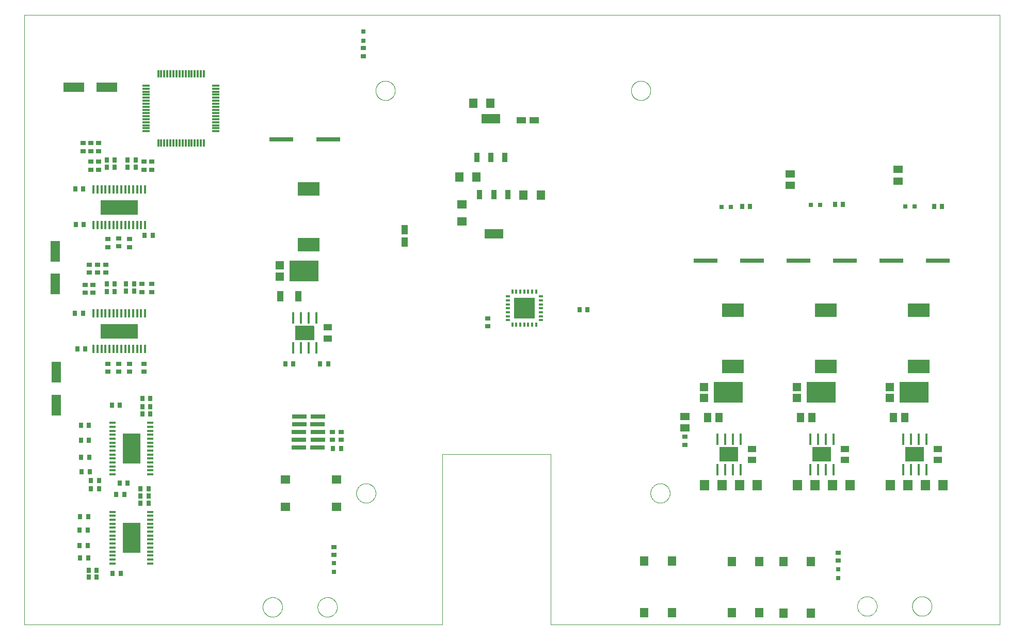
<source format=gbp>
G75*
%MOIN*%
%OFA0B0*%
%FSLAX25Y25*%
%IPPOS*%
%LPD*%
%AMOC8*
5,1,8,0,0,1.08239X$1,22.5*
%
%ADD10C,0.00000*%
%ADD11R,0.05512X0.06299*%
%ADD12R,0.06299X0.05512*%
%ADD13R,0.03937X0.05906*%
%ADD14R,0.03300X0.06300*%
%ADD15R,0.11900X0.06300*%
%ADD16R,0.05512X0.06300*%
%ADD17R,0.02756X0.03543*%
%ADD18R,0.03543X0.02756*%
%ADD19R,0.05906X0.05118*%
%ADD20R,0.05700X0.04400*%
%ADD21R,0.15200X0.03100*%
%ADD22R,0.05118X0.05906*%
%ADD23R,0.05500X0.05500*%
%ADD24R,0.19100X0.13200*%
%ADD25R,0.03150X0.03150*%
%ADD26R,0.06299X0.07098*%
%ADD27R,0.01800X0.07800*%
%ADD28R,0.12200X0.09400*%
%ADD29C,0.00600*%
%ADD30R,0.14173X0.09055*%
%ADD31R,0.01280X0.02687*%
%ADD32R,0.02687X0.01280*%
%ADD33R,0.01280X0.02687*%
%ADD34R,0.13665X0.13665*%
%ADD35R,0.05906X0.03937*%
%ADD36R,0.03937X0.01378*%
%ADD37R,0.11811X0.19685*%
%ADD38R,0.01400X0.05800*%
%ADD39R,0.24300X0.09400*%
%ADD40R,0.13780X0.06299*%
%ADD41R,0.06299X0.13780*%
%ADD42R,0.04724X0.01181*%
%ADD43R,0.01181X0.04724*%
%ADD44R,0.04400X0.07100*%
%ADD45R,0.06300X0.05512*%
%ADD46R,0.09700X0.02650*%
D10*
X0034894Y0034921D02*
X0034894Y0428622D01*
X0664815Y0428622D01*
X0664815Y0034921D01*
X0374894Y0034921D01*
X0374894Y0144921D01*
X0304894Y0144921D01*
X0304894Y0034921D01*
X0034894Y0034921D01*
X0188831Y0046339D02*
X0188833Y0046497D01*
X0188839Y0046655D01*
X0188849Y0046813D01*
X0188863Y0046971D01*
X0188881Y0047128D01*
X0188902Y0047285D01*
X0188928Y0047441D01*
X0188958Y0047597D01*
X0188991Y0047752D01*
X0189029Y0047905D01*
X0189070Y0048058D01*
X0189115Y0048210D01*
X0189164Y0048361D01*
X0189217Y0048510D01*
X0189273Y0048658D01*
X0189333Y0048804D01*
X0189397Y0048949D01*
X0189465Y0049092D01*
X0189536Y0049234D01*
X0189610Y0049374D01*
X0189688Y0049511D01*
X0189770Y0049647D01*
X0189854Y0049781D01*
X0189943Y0049912D01*
X0190034Y0050041D01*
X0190129Y0050168D01*
X0190226Y0050293D01*
X0190327Y0050415D01*
X0190431Y0050534D01*
X0190538Y0050651D01*
X0190648Y0050765D01*
X0190761Y0050876D01*
X0190876Y0050985D01*
X0190994Y0051090D01*
X0191115Y0051192D01*
X0191238Y0051292D01*
X0191364Y0051388D01*
X0191492Y0051481D01*
X0191622Y0051571D01*
X0191755Y0051657D01*
X0191890Y0051741D01*
X0192026Y0051820D01*
X0192165Y0051897D01*
X0192306Y0051969D01*
X0192448Y0052039D01*
X0192592Y0052104D01*
X0192738Y0052166D01*
X0192885Y0052224D01*
X0193034Y0052279D01*
X0193184Y0052330D01*
X0193335Y0052377D01*
X0193487Y0052420D01*
X0193640Y0052459D01*
X0193795Y0052495D01*
X0193950Y0052526D01*
X0194106Y0052554D01*
X0194262Y0052578D01*
X0194419Y0052598D01*
X0194577Y0052614D01*
X0194734Y0052626D01*
X0194893Y0052634D01*
X0195051Y0052638D01*
X0195209Y0052638D01*
X0195367Y0052634D01*
X0195526Y0052626D01*
X0195683Y0052614D01*
X0195841Y0052598D01*
X0195998Y0052578D01*
X0196154Y0052554D01*
X0196310Y0052526D01*
X0196465Y0052495D01*
X0196620Y0052459D01*
X0196773Y0052420D01*
X0196925Y0052377D01*
X0197076Y0052330D01*
X0197226Y0052279D01*
X0197375Y0052224D01*
X0197522Y0052166D01*
X0197668Y0052104D01*
X0197812Y0052039D01*
X0197954Y0051969D01*
X0198095Y0051897D01*
X0198234Y0051820D01*
X0198370Y0051741D01*
X0198505Y0051657D01*
X0198638Y0051571D01*
X0198768Y0051481D01*
X0198896Y0051388D01*
X0199022Y0051292D01*
X0199145Y0051192D01*
X0199266Y0051090D01*
X0199384Y0050985D01*
X0199499Y0050876D01*
X0199612Y0050765D01*
X0199722Y0050651D01*
X0199829Y0050534D01*
X0199933Y0050415D01*
X0200034Y0050293D01*
X0200131Y0050168D01*
X0200226Y0050041D01*
X0200317Y0049912D01*
X0200406Y0049781D01*
X0200490Y0049647D01*
X0200572Y0049511D01*
X0200650Y0049374D01*
X0200724Y0049234D01*
X0200795Y0049092D01*
X0200863Y0048949D01*
X0200927Y0048804D01*
X0200987Y0048658D01*
X0201043Y0048510D01*
X0201096Y0048361D01*
X0201145Y0048210D01*
X0201190Y0048058D01*
X0201231Y0047905D01*
X0201269Y0047752D01*
X0201302Y0047597D01*
X0201332Y0047441D01*
X0201358Y0047285D01*
X0201379Y0047128D01*
X0201397Y0046971D01*
X0201411Y0046813D01*
X0201421Y0046655D01*
X0201427Y0046497D01*
X0201429Y0046339D01*
X0201427Y0046181D01*
X0201421Y0046023D01*
X0201411Y0045865D01*
X0201397Y0045707D01*
X0201379Y0045550D01*
X0201358Y0045393D01*
X0201332Y0045237D01*
X0201302Y0045081D01*
X0201269Y0044926D01*
X0201231Y0044773D01*
X0201190Y0044620D01*
X0201145Y0044468D01*
X0201096Y0044317D01*
X0201043Y0044168D01*
X0200987Y0044020D01*
X0200927Y0043874D01*
X0200863Y0043729D01*
X0200795Y0043586D01*
X0200724Y0043444D01*
X0200650Y0043304D01*
X0200572Y0043167D01*
X0200490Y0043031D01*
X0200406Y0042897D01*
X0200317Y0042766D01*
X0200226Y0042637D01*
X0200131Y0042510D01*
X0200034Y0042385D01*
X0199933Y0042263D01*
X0199829Y0042144D01*
X0199722Y0042027D01*
X0199612Y0041913D01*
X0199499Y0041802D01*
X0199384Y0041693D01*
X0199266Y0041588D01*
X0199145Y0041486D01*
X0199022Y0041386D01*
X0198896Y0041290D01*
X0198768Y0041197D01*
X0198638Y0041107D01*
X0198505Y0041021D01*
X0198370Y0040937D01*
X0198234Y0040858D01*
X0198095Y0040781D01*
X0197954Y0040709D01*
X0197812Y0040639D01*
X0197668Y0040574D01*
X0197522Y0040512D01*
X0197375Y0040454D01*
X0197226Y0040399D01*
X0197076Y0040348D01*
X0196925Y0040301D01*
X0196773Y0040258D01*
X0196620Y0040219D01*
X0196465Y0040183D01*
X0196310Y0040152D01*
X0196154Y0040124D01*
X0195998Y0040100D01*
X0195841Y0040080D01*
X0195683Y0040064D01*
X0195526Y0040052D01*
X0195367Y0040044D01*
X0195209Y0040040D01*
X0195051Y0040040D01*
X0194893Y0040044D01*
X0194734Y0040052D01*
X0194577Y0040064D01*
X0194419Y0040080D01*
X0194262Y0040100D01*
X0194106Y0040124D01*
X0193950Y0040152D01*
X0193795Y0040183D01*
X0193640Y0040219D01*
X0193487Y0040258D01*
X0193335Y0040301D01*
X0193184Y0040348D01*
X0193034Y0040399D01*
X0192885Y0040454D01*
X0192738Y0040512D01*
X0192592Y0040574D01*
X0192448Y0040639D01*
X0192306Y0040709D01*
X0192165Y0040781D01*
X0192026Y0040858D01*
X0191890Y0040937D01*
X0191755Y0041021D01*
X0191622Y0041107D01*
X0191492Y0041197D01*
X0191364Y0041290D01*
X0191238Y0041386D01*
X0191115Y0041486D01*
X0190994Y0041588D01*
X0190876Y0041693D01*
X0190761Y0041802D01*
X0190648Y0041913D01*
X0190538Y0042027D01*
X0190431Y0042144D01*
X0190327Y0042263D01*
X0190226Y0042385D01*
X0190129Y0042510D01*
X0190034Y0042637D01*
X0189943Y0042766D01*
X0189854Y0042897D01*
X0189770Y0043031D01*
X0189688Y0043167D01*
X0189610Y0043304D01*
X0189536Y0043444D01*
X0189465Y0043586D01*
X0189397Y0043729D01*
X0189333Y0043874D01*
X0189273Y0044020D01*
X0189217Y0044168D01*
X0189164Y0044317D01*
X0189115Y0044468D01*
X0189070Y0044620D01*
X0189029Y0044773D01*
X0188991Y0044926D01*
X0188958Y0045081D01*
X0188928Y0045237D01*
X0188902Y0045393D01*
X0188881Y0045550D01*
X0188863Y0045707D01*
X0188849Y0045865D01*
X0188839Y0046023D01*
X0188833Y0046181D01*
X0188831Y0046339D01*
X0224264Y0046339D02*
X0224266Y0046497D01*
X0224272Y0046655D01*
X0224282Y0046813D01*
X0224296Y0046971D01*
X0224314Y0047128D01*
X0224335Y0047285D01*
X0224361Y0047441D01*
X0224391Y0047597D01*
X0224424Y0047752D01*
X0224462Y0047905D01*
X0224503Y0048058D01*
X0224548Y0048210D01*
X0224597Y0048361D01*
X0224650Y0048510D01*
X0224706Y0048658D01*
X0224766Y0048804D01*
X0224830Y0048949D01*
X0224898Y0049092D01*
X0224969Y0049234D01*
X0225043Y0049374D01*
X0225121Y0049511D01*
X0225203Y0049647D01*
X0225287Y0049781D01*
X0225376Y0049912D01*
X0225467Y0050041D01*
X0225562Y0050168D01*
X0225659Y0050293D01*
X0225760Y0050415D01*
X0225864Y0050534D01*
X0225971Y0050651D01*
X0226081Y0050765D01*
X0226194Y0050876D01*
X0226309Y0050985D01*
X0226427Y0051090D01*
X0226548Y0051192D01*
X0226671Y0051292D01*
X0226797Y0051388D01*
X0226925Y0051481D01*
X0227055Y0051571D01*
X0227188Y0051657D01*
X0227323Y0051741D01*
X0227459Y0051820D01*
X0227598Y0051897D01*
X0227739Y0051969D01*
X0227881Y0052039D01*
X0228025Y0052104D01*
X0228171Y0052166D01*
X0228318Y0052224D01*
X0228467Y0052279D01*
X0228617Y0052330D01*
X0228768Y0052377D01*
X0228920Y0052420D01*
X0229073Y0052459D01*
X0229228Y0052495D01*
X0229383Y0052526D01*
X0229539Y0052554D01*
X0229695Y0052578D01*
X0229852Y0052598D01*
X0230010Y0052614D01*
X0230167Y0052626D01*
X0230326Y0052634D01*
X0230484Y0052638D01*
X0230642Y0052638D01*
X0230800Y0052634D01*
X0230959Y0052626D01*
X0231116Y0052614D01*
X0231274Y0052598D01*
X0231431Y0052578D01*
X0231587Y0052554D01*
X0231743Y0052526D01*
X0231898Y0052495D01*
X0232053Y0052459D01*
X0232206Y0052420D01*
X0232358Y0052377D01*
X0232509Y0052330D01*
X0232659Y0052279D01*
X0232808Y0052224D01*
X0232955Y0052166D01*
X0233101Y0052104D01*
X0233245Y0052039D01*
X0233387Y0051969D01*
X0233528Y0051897D01*
X0233667Y0051820D01*
X0233803Y0051741D01*
X0233938Y0051657D01*
X0234071Y0051571D01*
X0234201Y0051481D01*
X0234329Y0051388D01*
X0234455Y0051292D01*
X0234578Y0051192D01*
X0234699Y0051090D01*
X0234817Y0050985D01*
X0234932Y0050876D01*
X0235045Y0050765D01*
X0235155Y0050651D01*
X0235262Y0050534D01*
X0235366Y0050415D01*
X0235467Y0050293D01*
X0235564Y0050168D01*
X0235659Y0050041D01*
X0235750Y0049912D01*
X0235839Y0049781D01*
X0235923Y0049647D01*
X0236005Y0049511D01*
X0236083Y0049374D01*
X0236157Y0049234D01*
X0236228Y0049092D01*
X0236296Y0048949D01*
X0236360Y0048804D01*
X0236420Y0048658D01*
X0236476Y0048510D01*
X0236529Y0048361D01*
X0236578Y0048210D01*
X0236623Y0048058D01*
X0236664Y0047905D01*
X0236702Y0047752D01*
X0236735Y0047597D01*
X0236765Y0047441D01*
X0236791Y0047285D01*
X0236812Y0047128D01*
X0236830Y0046971D01*
X0236844Y0046813D01*
X0236854Y0046655D01*
X0236860Y0046497D01*
X0236862Y0046339D01*
X0236860Y0046181D01*
X0236854Y0046023D01*
X0236844Y0045865D01*
X0236830Y0045707D01*
X0236812Y0045550D01*
X0236791Y0045393D01*
X0236765Y0045237D01*
X0236735Y0045081D01*
X0236702Y0044926D01*
X0236664Y0044773D01*
X0236623Y0044620D01*
X0236578Y0044468D01*
X0236529Y0044317D01*
X0236476Y0044168D01*
X0236420Y0044020D01*
X0236360Y0043874D01*
X0236296Y0043729D01*
X0236228Y0043586D01*
X0236157Y0043444D01*
X0236083Y0043304D01*
X0236005Y0043167D01*
X0235923Y0043031D01*
X0235839Y0042897D01*
X0235750Y0042766D01*
X0235659Y0042637D01*
X0235564Y0042510D01*
X0235467Y0042385D01*
X0235366Y0042263D01*
X0235262Y0042144D01*
X0235155Y0042027D01*
X0235045Y0041913D01*
X0234932Y0041802D01*
X0234817Y0041693D01*
X0234699Y0041588D01*
X0234578Y0041486D01*
X0234455Y0041386D01*
X0234329Y0041290D01*
X0234201Y0041197D01*
X0234071Y0041107D01*
X0233938Y0041021D01*
X0233803Y0040937D01*
X0233667Y0040858D01*
X0233528Y0040781D01*
X0233387Y0040709D01*
X0233245Y0040639D01*
X0233101Y0040574D01*
X0232955Y0040512D01*
X0232808Y0040454D01*
X0232659Y0040399D01*
X0232509Y0040348D01*
X0232358Y0040301D01*
X0232206Y0040258D01*
X0232053Y0040219D01*
X0231898Y0040183D01*
X0231743Y0040152D01*
X0231587Y0040124D01*
X0231431Y0040100D01*
X0231274Y0040080D01*
X0231116Y0040064D01*
X0230959Y0040052D01*
X0230800Y0040044D01*
X0230642Y0040040D01*
X0230484Y0040040D01*
X0230326Y0040044D01*
X0230167Y0040052D01*
X0230010Y0040064D01*
X0229852Y0040080D01*
X0229695Y0040100D01*
X0229539Y0040124D01*
X0229383Y0040152D01*
X0229228Y0040183D01*
X0229073Y0040219D01*
X0228920Y0040258D01*
X0228768Y0040301D01*
X0228617Y0040348D01*
X0228467Y0040399D01*
X0228318Y0040454D01*
X0228171Y0040512D01*
X0228025Y0040574D01*
X0227881Y0040639D01*
X0227739Y0040709D01*
X0227598Y0040781D01*
X0227459Y0040858D01*
X0227323Y0040937D01*
X0227188Y0041021D01*
X0227055Y0041107D01*
X0226925Y0041197D01*
X0226797Y0041290D01*
X0226671Y0041386D01*
X0226548Y0041486D01*
X0226427Y0041588D01*
X0226309Y0041693D01*
X0226194Y0041802D01*
X0226081Y0041913D01*
X0225971Y0042027D01*
X0225864Y0042144D01*
X0225760Y0042263D01*
X0225659Y0042385D01*
X0225562Y0042510D01*
X0225467Y0042637D01*
X0225376Y0042766D01*
X0225287Y0042897D01*
X0225203Y0043031D01*
X0225121Y0043167D01*
X0225043Y0043304D01*
X0224969Y0043444D01*
X0224898Y0043586D01*
X0224830Y0043729D01*
X0224766Y0043874D01*
X0224706Y0044020D01*
X0224650Y0044168D01*
X0224597Y0044317D01*
X0224548Y0044468D01*
X0224503Y0044620D01*
X0224462Y0044773D01*
X0224424Y0044926D01*
X0224391Y0045081D01*
X0224361Y0045237D01*
X0224335Y0045393D01*
X0224314Y0045550D01*
X0224296Y0045707D01*
X0224282Y0045865D01*
X0224272Y0046023D01*
X0224266Y0046181D01*
X0224264Y0046339D01*
X0249254Y0119921D02*
X0249256Y0120079D01*
X0249262Y0120236D01*
X0249272Y0120394D01*
X0249286Y0120551D01*
X0249304Y0120707D01*
X0249325Y0120864D01*
X0249351Y0121019D01*
X0249381Y0121174D01*
X0249414Y0121328D01*
X0249452Y0121481D01*
X0249493Y0121634D01*
X0249538Y0121785D01*
X0249587Y0121935D01*
X0249640Y0122083D01*
X0249696Y0122231D01*
X0249757Y0122376D01*
X0249820Y0122521D01*
X0249888Y0122663D01*
X0249959Y0122804D01*
X0250033Y0122943D01*
X0250111Y0123080D01*
X0250193Y0123215D01*
X0250277Y0123348D01*
X0250366Y0123479D01*
X0250457Y0123607D01*
X0250552Y0123734D01*
X0250649Y0123857D01*
X0250750Y0123979D01*
X0250854Y0124097D01*
X0250961Y0124213D01*
X0251071Y0124326D01*
X0251183Y0124437D01*
X0251299Y0124544D01*
X0251417Y0124649D01*
X0251537Y0124751D01*
X0251660Y0124849D01*
X0251786Y0124945D01*
X0251914Y0125037D01*
X0252044Y0125126D01*
X0252176Y0125212D01*
X0252311Y0125294D01*
X0252448Y0125373D01*
X0252586Y0125448D01*
X0252726Y0125520D01*
X0252869Y0125588D01*
X0253012Y0125653D01*
X0253158Y0125714D01*
X0253305Y0125771D01*
X0253453Y0125825D01*
X0253603Y0125875D01*
X0253753Y0125921D01*
X0253905Y0125963D01*
X0254058Y0126002D01*
X0254212Y0126036D01*
X0254367Y0126067D01*
X0254522Y0126093D01*
X0254678Y0126116D01*
X0254835Y0126135D01*
X0254992Y0126150D01*
X0255149Y0126161D01*
X0255307Y0126168D01*
X0255465Y0126171D01*
X0255622Y0126170D01*
X0255780Y0126165D01*
X0255937Y0126156D01*
X0256095Y0126143D01*
X0256251Y0126126D01*
X0256408Y0126105D01*
X0256563Y0126081D01*
X0256718Y0126052D01*
X0256873Y0126019D01*
X0257026Y0125983D01*
X0257179Y0125942D01*
X0257330Y0125898D01*
X0257480Y0125850D01*
X0257629Y0125799D01*
X0257777Y0125743D01*
X0257923Y0125684D01*
X0258068Y0125621D01*
X0258211Y0125554D01*
X0258352Y0125484D01*
X0258491Y0125411D01*
X0258629Y0125334D01*
X0258765Y0125253D01*
X0258898Y0125169D01*
X0259029Y0125082D01*
X0259158Y0124991D01*
X0259285Y0124897D01*
X0259410Y0124800D01*
X0259531Y0124700D01*
X0259651Y0124597D01*
X0259767Y0124491D01*
X0259881Y0124382D01*
X0259993Y0124270D01*
X0260101Y0124156D01*
X0260206Y0124038D01*
X0260309Y0123918D01*
X0260408Y0123796D01*
X0260504Y0123671D01*
X0260597Y0123543D01*
X0260687Y0123414D01*
X0260773Y0123282D01*
X0260857Y0123148D01*
X0260936Y0123012D01*
X0261013Y0122874D01*
X0261085Y0122734D01*
X0261154Y0122592D01*
X0261220Y0122449D01*
X0261282Y0122304D01*
X0261340Y0122157D01*
X0261395Y0122009D01*
X0261446Y0121860D01*
X0261493Y0121709D01*
X0261536Y0121558D01*
X0261575Y0121405D01*
X0261611Y0121251D01*
X0261642Y0121097D01*
X0261670Y0120942D01*
X0261694Y0120786D01*
X0261714Y0120629D01*
X0261730Y0120472D01*
X0261742Y0120315D01*
X0261750Y0120158D01*
X0261754Y0120000D01*
X0261754Y0119842D01*
X0261750Y0119684D01*
X0261742Y0119527D01*
X0261730Y0119370D01*
X0261714Y0119213D01*
X0261694Y0119056D01*
X0261670Y0118900D01*
X0261642Y0118745D01*
X0261611Y0118591D01*
X0261575Y0118437D01*
X0261536Y0118284D01*
X0261493Y0118133D01*
X0261446Y0117982D01*
X0261395Y0117833D01*
X0261340Y0117685D01*
X0261282Y0117538D01*
X0261220Y0117393D01*
X0261154Y0117250D01*
X0261085Y0117108D01*
X0261013Y0116968D01*
X0260936Y0116830D01*
X0260857Y0116694D01*
X0260773Y0116560D01*
X0260687Y0116428D01*
X0260597Y0116299D01*
X0260504Y0116171D01*
X0260408Y0116046D01*
X0260309Y0115924D01*
X0260206Y0115804D01*
X0260101Y0115686D01*
X0259993Y0115572D01*
X0259881Y0115460D01*
X0259767Y0115351D01*
X0259651Y0115245D01*
X0259531Y0115142D01*
X0259410Y0115042D01*
X0259285Y0114945D01*
X0259158Y0114851D01*
X0259029Y0114760D01*
X0258898Y0114673D01*
X0258765Y0114589D01*
X0258629Y0114508D01*
X0258491Y0114431D01*
X0258352Y0114358D01*
X0258211Y0114288D01*
X0258068Y0114221D01*
X0257923Y0114158D01*
X0257777Y0114099D01*
X0257629Y0114043D01*
X0257480Y0113992D01*
X0257330Y0113944D01*
X0257179Y0113900D01*
X0257026Y0113859D01*
X0256873Y0113823D01*
X0256718Y0113790D01*
X0256563Y0113761D01*
X0256408Y0113737D01*
X0256251Y0113716D01*
X0256095Y0113699D01*
X0255937Y0113686D01*
X0255780Y0113677D01*
X0255622Y0113672D01*
X0255465Y0113671D01*
X0255307Y0113674D01*
X0255149Y0113681D01*
X0254992Y0113692D01*
X0254835Y0113707D01*
X0254678Y0113726D01*
X0254522Y0113749D01*
X0254367Y0113775D01*
X0254212Y0113806D01*
X0254058Y0113840D01*
X0253905Y0113879D01*
X0253753Y0113921D01*
X0253603Y0113967D01*
X0253453Y0114017D01*
X0253305Y0114071D01*
X0253158Y0114128D01*
X0253012Y0114189D01*
X0252869Y0114254D01*
X0252726Y0114322D01*
X0252586Y0114394D01*
X0252448Y0114469D01*
X0252311Y0114548D01*
X0252176Y0114630D01*
X0252044Y0114716D01*
X0251914Y0114805D01*
X0251786Y0114897D01*
X0251660Y0114993D01*
X0251537Y0115091D01*
X0251417Y0115193D01*
X0251299Y0115298D01*
X0251183Y0115405D01*
X0251071Y0115516D01*
X0250961Y0115629D01*
X0250854Y0115745D01*
X0250750Y0115863D01*
X0250649Y0115985D01*
X0250552Y0116108D01*
X0250457Y0116235D01*
X0250366Y0116363D01*
X0250277Y0116494D01*
X0250193Y0116627D01*
X0250111Y0116762D01*
X0250033Y0116899D01*
X0249959Y0117038D01*
X0249888Y0117179D01*
X0249820Y0117321D01*
X0249757Y0117466D01*
X0249696Y0117611D01*
X0249640Y0117759D01*
X0249587Y0117907D01*
X0249538Y0118057D01*
X0249493Y0118208D01*
X0249452Y0118361D01*
X0249414Y0118514D01*
X0249381Y0118668D01*
X0249351Y0118823D01*
X0249325Y0118978D01*
X0249304Y0119135D01*
X0249286Y0119291D01*
X0249272Y0119448D01*
X0249262Y0119606D01*
X0249256Y0119763D01*
X0249254Y0119921D01*
X0439254Y0119921D02*
X0439256Y0120079D01*
X0439262Y0120236D01*
X0439272Y0120394D01*
X0439286Y0120551D01*
X0439304Y0120707D01*
X0439325Y0120864D01*
X0439351Y0121019D01*
X0439381Y0121174D01*
X0439414Y0121328D01*
X0439452Y0121481D01*
X0439493Y0121634D01*
X0439538Y0121785D01*
X0439587Y0121935D01*
X0439640Y0122083D01*
X0439696Y0122231D01*
X0439757Y0122376D01*
X0439820Y0122521D01*
X0439888Y0122663D01*
X0439959Y0122804D01*
X0440033Y0122943D01*
X0440111Y0123080D01*
X0440193Y0123215D01*
X0440277Y0123348D01*
X0440366Y0123479D01*
X0440457Y0123607D01*
X0440552Y0123734D01*
X0440649Y0123857D01*
X0440750Y0123979D01*
X0440854Y0124097D01*
X0440961Y0124213D01*
X0441071Y0124326D01*
X0441183Y0124437D01*
X0441299Y0124544D01*
X0441417Y0124649D01*
X0441537Y0124751D01*
X0441660Y0124849D01*
X0441786Y0124945D01*
X0441914Y0125037D01*
X0442044Y0125126D01*
X0442176Y0125212D01*
X0442311Y0125294D01*
X0442448Y0125373D01*
X0442586Y0125448D01*
X0442726Y0125520D01*
X0442869Y0125588D01*
X0443012Y0125653D01*
X0443158Y0125714D01*
X0443305Y0125771D01*
X0443453Y0125825D01*
X0443603Y0125875D01*
X0443753Y0125921D01*
X0443905Y0125963D01*
X0444058Y0126002D01*
X0444212Y0126036D01*
X0444367Y0126067D01*
X0444522Y0126093D01*
X0444678Y0126116D01*
X0444835Y0126135D01*
X0444992Y0126150D01*
X0445149Y0126161D01*
X0445307Y0126168D01*
X0445465Y0126171D01*
X0445622Y0126170D01*
X0445780Y0126165D01*
X0445937Y0126156D01*
X0446095Y0126143D01*
X0446251Y0126126D01*
X0446408Y0126105D01*
X0446563Y0126081D01*
X0446718Y0126052D01*
X0446873Y0126019D01*
X0447026Y0125983D01*
X0447179Y0125942D01*
X0447330Y0125898D01*
X0447480Y0125850D01*
X0447629Y0125799D01*
X0447777Y0125743D01*
X0447923Y0125684D01*
X0448068Y0125621D01*
X0448211Y0125554D01*
X0448352Y0125484D01*
X0448491Y0125411D01*
X0448629Y0125334D01*
X0448765Y0125253D01*
X0448898Y0125169D01*
X0449029Y0125082D01*
X0449158Y0124991D01*
X0449285Y0124897D01*
X0449410Y0124800D01*
X0449531Y0124700D01*
X0449651Y0124597D01*
X0449767Y0124491D01*
X0449881Y0124382D01*
X0449993Y0124270D01*
X0450101Y0124156D01*
X0450206Y0124038D01*
X0450309Y0123918D01*
X0450408Y0123796D01*
X0450504Y0123671D01*
X0450597Y0123543D01*
X0450687Y0123414D01*
X0450773Y0123282D01*
X0450857Y0123148D01*
X0450936Y0123012D01*
X0451013Y0122874D01*
X0451085Y0122734D01*
X0451154Y0122592D01*
X0451220Y0122449D01*
X0451282Y0122304D01*
X0451340Y0122157D01*
X0451395Y0122009D01*
X0451446Y0121860D01*
X0451493Y0121709D01*
X0451536Y0121558D01*
X0451575Y0121405D01*
X0451611Y0121251D01*
X0451642Y0121097D01*
X0451670Y0120942D01*
X0451694Y0120786D01*
X0451714Y0120629D01*
X0451730Y0120472D01*
X0451742Y0120315D01*
X0451750Y0120158D01*
X0451754Y0120000D01*
X0451754Y0119842D01*
X0451750Y0119684D01*
X0451742Y0119527D01*
X0451730Y0119370D01*
X0451714Y0119213D01*
X0451694Y0119056D01*
X0451670Y0118900D01*
X0451642Y0118745D01*
X0451611Y0118591D01*
X0451575Y0118437D01*
X0451536Y0118284D01*
X0451493Y0118133D01*
X0451446Y0117982D01*
X0451395Y0117833D01*
X0451340Y0117685D01*
X0451282Y0117538D01*
X0451220Y0117393D01*
X0451154Y0117250D01*
X0451085Y0117108D01*
X0451013Y0116968D01*
X0450936Y0116830D01*
X0450857Y0116694D01*
X0450773Y0116560D01*
X0450687Y0116428D01*
X0450597Y0116299D01*
X0450504Y0116171D01*
X0450408Y0116046D01*
X0450309Y0115924D01*
X0450206Y0115804D01*
X0450101Y0115686D01*
X0449993Y0115572D01*
X0449881Y0115460D01*
X0449767Y0115351D01*
X0449651Y0115245D01*
X0449531Y0115142D01*
X0449410Y0115042D01*
X0449285Y0114945D01*
X0449158Y0114851D01*
X0449029Y0114760D01*
X0448898Y0114673D01*
X0448765Y0114589D01*
X0448629Y0114508D01*
X0448491Y0114431D01*
X0448352Y0114358D01*
X0448211Y0114288D01*
X0448068Y0114221D01*
X0447923Y0114158D01*
X0447777Y0114099D01*
X0447629Y0114043D01*
X0447480Y0113992D01*
X0447330Y0113944D01*
X0447179Y0113900D01*
X0447026Y0113859D01*
X0446873Y0113823D01*
X0446718Y0113790D01*
X0446563Y0113761D01*
X0446408Y0113737D01*
X0446251Y0113716D01*
X0446095Y0113699D01*
X0445937Y0113686D01*
X0445780Y0113677D01*
X0445622Y0113672D01*
X0445465Y0113671D01*
X0445307Y0113674D01*
X0445149Y0113681D01*
X0444992Y0113692D01*
X0444835Y0113707D01*
X0444678Y0113726D01*
X0444522Y0113749D01*
X0444367Y0113775D01*
X0444212Y0113806D01*
X0444058Y0113840D01*
X0443905Y0113879D01*
X0443753Y0113921D01*
X0443603Y0113967D01*
X0443453Y0114017D01*
X0443305Y0114071D01*
X0443158Y0114128D01*
X0443012Y0114189D01*
X0442869Y0114254D01*
X0442726Y0114322D01*
X0442586Y0114394D01*
X0442448Y0114469D01*
X0442311Y0114548D01*
X0442176Y0114630D01*
X0442044Y0114716D01*
X0441914Y0114805D01*
X0441786Y0114897D01*
X0441660Y0114993D01*
X0441537Y0115091D01*
X0441417Y0115193D01*
X0441299Y0115298D01*
X0441183Y0115405D01*
X0441071Y0115516D01*
X0440961Y0115629D01*
X0440854Y0115745D01*
X0440750Y0115863D01*
X0440649Y0115985D01*
X0440552Y0116108D01*
X0440457Y0116235D01*
X0440366Y0116363D01*
X0440277Y0116494D01*
X0440193Y0116627D01*
X0440111Y0116762D01*
X0440033Y0116899D01*
X0439959Y0117038D01*
X0439888Y0117179D01*
X0439820Y0117321D01*
X0439757Y0117466D01*
X0439696Y0117611D01*
X0439640Y0117759D01*
X0439587Y0117907D01*
X0439538Y0118057D01*
X0439493Y0118208D01*
X0439452Y0118361D01*
X0439414Y0118514D01*
X0439381Y0118668D01*
X0439351Y0118823D01*
X0439325Y0118978D01*
X0439304Y0119135D01*
X0439286Y0119291D01*
X0439272Y0119448D01*
X0439262Y0119606D01*
X0439256Y0119763D01*
X0439254Y0119921D01*
X0572847Y0046890D02*
X0572849Y0047048D01*
X0572855Y0047206D01*
X0572865Y0047364D01*
X0572879Y0047522D01*
X0572897Y0047679D01*
X0572918Y0047836D01*
X0572944Y0047992D01*
X0572974Y0048148D01*
X0573007Y0048303D01*
X0573045Y0048456D01*
X0573086Y0048609D01*
X0573131Y0048761D01*
X0573180Y0048912D01*
X0573233Y0049061D01*
X0573289Y0049209D01*
X0573349Y0049355D01*
X0573413Y0049500D01*
X0573481Y0049643D01*
X0573552Y0049785D01*
X0573626Y0049925D01*
X0573704Y0050062D01*
X0573786Y0050198D01*
X0573870Y0050332D01*
X0573959Y0050463D01*
X0574050Y0050592D01*
X0574145Y0050719D01*
X0574242Y0050844D01*
X0574343Y0050966D01*
X0574447Y0051085D01*
X0574554Y0051202D01*
X0574664Y0051316D01*
X0574777Y0051427D01*
X0574892Y0051536D01*
X0575010Y0051641D01*
X0575131Y0051743D01*
X0575254Y0051843D01*
X0575380Y0051939D01*
X0575508Y0052032D01*
X0575638Y0052122D01*
X0575771Y0052208D01*
X0575906Y0052292D01*
X0576042Y0052371D01*
X0576181Y0052448D01*
X0576322Y0052520D01*
X0576464Y0052590D01*
X0576608Y0052655D01*
X0576754Y0052717D01*
X0576901Y0052775D01*
X0577050Y0052830D01*
X0577200Y0052881D01*
X0577351Y0052928D01*
X0577503Y0052971D01*
X0577656Y0053010D01*
X0577811Y0053046D01*
X0577966Y0053077D01*
X0578122Y0053105D01*
X0578278Y0053129D01*
X0578435Y0053149D01*
X0578593Y0053165D01*
X0578750Y0053177D01*
X0578909Y0053185D01*
X0579067Y0053189D01*
X0579225Y0053189D01*
X0579383Y0053185D01*
X0579542Y0053177D01*
X0579699Y0053165D01*
X0579857Y0053149D01*
X0580014Y0053129D01*
X0580170Y0053105D01*
X0580326Y0053077D01*
X0580481Y0053046D01*
X0580636Y0053010D01*
X0580789Y0052971D01*
X0580941Y0052928D01*
X0581092Y0052881D01*
X0581242Y0052830D01*
X0581391Y0052775D01*
X0581538Y0052717D01*
X0581684Y0052655D01*
X0581828Y0052590D01*
X0581970Y0052520D01*
X0582111Y0052448D01*
X0582250Y0052371D01*
X0582386Y0052292D01*
X0582521Y0052208D01*
X0582654Y0052122D01*
X0582784Y0052032D01*
X0582912Y0051939D01*
X0583038Y0051843D01*
X0583161Y0051743D01*
X0583282Y0051641D01*
X0583400Y0051536D01*
X0583515Y0051427D01*
X0583628Y0051316D01*
X0583738Y0051202D01*
X0583845Y0051085D01*
X0583949Y0050966D01*
X0584050Y0050844D01*
X0584147Y0050719D01*
X0584242Y0050592D01*
X0584333Y0050463D01*
X0584422Y0050332D01*
X0584506Y0050198D01*
X0584588Y0050062D01*
X0584666Y0049925D01*
X0584740Y0049785D01*
X0584811Y0049643D01*
X0584879Y0049500D01*
X0584943Y0049355D01*
X0585003Y0049209D01*
X0585059Y0049061D01*
X0585112Y0048912D01*
X0585161Y0048761D01*
X0585206Y0048609D01*
X0585247Y0048456D01*
X0585285Y0048303D01*
X0585318Y0048148D01*
X0585348Y0047992D01*
X0585374Y0047836D01*
X0585395Y0047679D01*
X0585413Y0047522D01*
X0585427Y0047364D01*
X0585437Y0047206D01*
X0585443Y0047048D01*
X0585445Y0046890D01*
X0585443Y0046732D01*
X0585437Y0046574D01*
X0585427Y0046416D01*
X0585413Y0046258D01*
X0585395Y0046101D01*
X0585374Y0045944D01*
X0585348Y0045788D01*
X0585318Y0045632D01*
X0585285Y0045477D01*
X0585247Y0045324D01*
X0585206Y0045171D01*
X0585161Y0045019D01*
X0585112Y0044868D01*
X0585059Y0044719D01*
X0585003Y0044571D01*
X0584943Y0044425D01*
X0584879Y0044280D01*
X0584811Y0044137D01*
X0584740Y0043995D01*
X0584666Y0043855D01*
X0584588Y0043718D01*
X0584506Y0043582D01*
X0584422Y0043448D01*
X0584333Y0043317D01*
X0584242Y0043188D01*
X0584147Y0043061D01*
X0584050Y0042936D01*
X0583949Y0042814D01*
X0583845Y0042695D01*
X0583738Y0042578D01*
X0583628Y0042464D01*
X0583515Y0042353D01*
X0583400Y0042244D01*
X0583282Y0042139D01*
X0583161Y0042037D01*
X0583038Y0041937D01*
X0582912Y0041841D01*
X0582784Y0041748D01*
X0582654Y0041658D01*
X0582521Y0041572D01*
X0582386Y0041488D01*
X0582250Y0041409D01*
X0582111Y0041332D01*
X0581970Y0041260D01*
X0581828Y0041190D01*
X0581684Y0041125D01*
X0581538Y0041063D01*
X0581391Y0041005D01*
X0581242Y0040950D01*
X0581092Y0040899D01*
X0580941Y0040852D01*
X0580789Y0040809D01*
X0580636Y0040770D01*
X0580481Y0040734D01*
X0580326Y0040703D01*
X0580170Y0040675D01*
X0580014Y0040651D01*
X0579857Y0040631D01*
X0579699Y0040615D01*
X0579542Y0040603D01*
X0579383Y0040595D01*
X0579225Y0040591D01*
X0579067Y0040591D01*
X0578909Y0040595D01*
X0578750Y0040603D01*
X0578593Y0040615D01*
X0578435Y0040631D01*
X0578278Y0040651D01*
X0578122Y0040675D01*
X0577966Y0040703D01*
X0577811Y0040734D01*
X0577656Y0040770D01*
X0577503Y0040809D01*
X0577351Y0040852D01*
X0577200Y0040899D01*
X0577050Y0040950D01*
X0576901Y0041005D01*
X0576754Y0041063D01*
X0576608Y0041125D01*
X0576464Y0041190D01*
X0576322Y0041260D01*
X0576181Y0041332D01*
X0576042Y0041409D01*
X0575906Y0041488D01*
X0575771Y0041572D01*
X0575638Y0041658D01*
X0575508Y0041748D01*
X0575380Y0041841D01*
X0575254Y0041937D01*
X0575131Y0042037D01*
X0575010Y0042139D01*
X0574892Y0042244D01*
X0574777Y0042353D01*
X0574664Y0042464D01*
X0574554Y0042578D01*
X0574447Y0042695D01*
X0574343Y0042814D01*
X0574242Y0042936D01*
X0574145Y0043061D01*
X0574050Y0043188D01*
X0573959Y0043317D01*
X0573870Y0043448D01*
X0573786Y0043582D01*
X0573704Y0043718D01*
X0573626Y0043855D01*
X0573552Y0043995D01*
X0573481Y0044137D01*
X0573413Y0044280D01*
X0573349Y0044425D01*
X0573289Y0044571D01*
X0573233Y0044719D01*
X0573180Y0044868D01*
X0573131Y0045019D01*
X0573086Y0045171D01*
X0573045Y0045324D01*
X0573007Y0045477D01*
X0572974Y0045632D01*
X0572944Y0045788D01*
X0572918Y0045944D01*
X0572897Y0046101D01*
X0572879Y0046258D01*
X0572865Y0046416D01*
X0572855Y0046574D01*
X0572849Y0046732D01*
X0572847Y0046890D01*
X0608280Y0046890D02*
X0608282Y0047048D01*
X0608288Y0047206D01*
X0608298Y0047364D01*
X0608312Y0047522D01*
X0608330Y0047679D01*
X0608351Y0047836D01*
X0608377Y0047992D01*
X0608407Y0048148D01*
X0608440Y0048303D01*
X0608478Y0048456D01*
X0608519Y0048609D01*
X0608564Y0048761D01*
X0608613Y0048912D01*
X0608666Y0049061D01*
X0608722Y0049209D01*
X0608782Y0049355D01*
X0608846Y0049500D01*
X0608914Y0049643D01*
X0608985Y0049785D01*
X0609059Y0049925D01*
X0609137Y0050062D01*
X0609219Y0050198D01*
X0609303Y0050332D01*
X0609392Y0050463D01*
X0609483Y0050592D01*
X0609578Y0050719D01*
X0609675Y0050844D01*
X0609776Y0050966D01*
X0609880Y0051085D01*
X0609987Y0051202D01*
X0610097Y0051316D01*
X0610210Y0051427D01*
X0610325Y0051536D01*
X0610443Y0051641D01*
X0610564Y0051743D01*
X0610687Y0051843D01*
X0610813Y0051939D01*
X0610941Y0052032D01*
X0611071Y0052122D01*
X0611204Y0052208D01*
X0611339Y0052292D01*
X0611475Y0052371D01*
X0611614Y0052448D01*
X0611755Y0052520D01*
X0611897Y0052590D01*
X0612041Y0052655D01*
X0612187Y0052717D01*
X0612334Y0052775D01*
X0612483Y0052830D01*
X0612633Y0052881D01*
X0612784Y0052928D01*
X0612936Y0052971D01*
X0613089Y0053010D01*
X0613244Y0053046D01*
X0613399Y0053077D01*
X0613555Y0053105D01*
X0613711Y0053129D01*
X0613868Y0053149D01*
X0614026Y0053165D01*
X0614183Y0053177D01*
X0614342Y0053185D01*
X0614500Y0053189D01*
X0614658Y0053189D01*
X0614816Y0053185D01*
X0614975Y0053177D01*
X0615132Y0053165D01*
X0615290Y0053149D01*
X0615447Y0053129D01*
X0615603Y0053105D01*
X0615759Y0053077D01*
X0615914Y0053046D01*
X0616069Y0053010D01*
X0616222Y0052971D01*
X0616374Y0052928D01*
X0616525Y0052881D01*
X0616675Y0052830D01*
X0616824Y0052775D01*
X0616971Y0052717D01*
X0617117Y0052655D01*
X0617261Y0052590D01*
X0617403Y0052520D01*
X0617544Y0052448D01*
X0617683Y0052371D01*
X0617819Y0052292D01*
X0617954Y0052208D01*
X0618087Y0052122D01*
X0618217Y0052032D01*
X0618345Y0051939D01*
X0618471Y0051843D01*
X0618594Y0051743D01*
X0618715Y0051641D01*
X0618833Y0051536D01*
X0618948Y0051427D01*
X0619061Y0051316D01*
X0619171Y0051202D01*
X0619278Y0051085D01*
X0619382Y0050966D01*
X0619483Y0050844D01*
X0619580Y0050719D01*
X0619675Y0050592D01*
X0619766Y0050463D01*
X0619855Y0050332D01*
X0619939Y0050198D01*
X0620021Y0050062D01*
X0620099Y0049925D01*
X0620173Y0049785D01*
X0620244Y0049643D01*
X0620312Y0049500D01*
X0620376Y0049355D01*
X0620436Y0049209D01*
X0620492Y0049061D01*
X0620545Y0048912D01*
X0620594Y0048761D01*
X0620639Y0048609D01*
X0620680Y0048456D01*
X0620718Y0048303D01*
X0620751Y0048148D01*
X0620781Y0047992D01*
X0620807Y0047836D01*
X0620828Y0047679D01*
X0620846Y0047522D01*
X0620860Y0047364D01*
X0620870Y0047206D01*
X0620876Y0047048D01*
X0620878Y0046890D01*
X0620876Y0046732D01*
X0620870Y0046574D01*
X0620860Y0046416D01*
X0620846Y0046258D01*
X0620828Y0046101D01*
X0620807Y0045944D01*
X0620781Y0045788D01*
X0620751Y0045632D01*
X0620718Y0045477D01*
X0620680Y0045324D01*
X0620639Y0045171D01*
X0620594Y0045019D01*
X0620545Y0044868D01*
X0620492Y0044719D01*
X0620436Y0044571D01*
X0620376Y0044425D01*
X0620312Y0044280D01*
X0620244Y0044137D01*
X0620173Y0043995D01*
X0620099Y0043855D01*
X0620021Y0043718D01*
X0619939Y0043582D01*
X0619855Y0043448D01*
X0619766Y0043317D01*
X0619675Y0043188D01*
X0619580Y0043061D01*
X0619483Y0042936D01*
X0619382Y0042814D01*
X0619278Y0042695D01*
X0619171Y0042578D01*
X0619061Y0042464D01*
X0618948Y0042353D01*
X0618833Y0042244D01*
X0618715Y0042139D01*
X0618594Y0042037D01*
X0618471Y0041937D01*
X0618345Y0041841D01*
X0618217Y0041748D01*
X0618087Y0041658D01*
X0617954Y0041572D01*
X0617819Y0041488D01*
X0617683Y0041409D01*
X0617544Y0041332D01*
X0617403Y0041260D01*
X0617261Y0041190D01*
X0617117Y0041125D01*
X0616971Y0041063D01*
X0616824Y0041005D01*
X0616675Y0040950D01*
X0616525Y0040899D01*
X0616374Y0040852D01*
X0616222Y0040809D01*
X0616069Y0040770D01*
X0615914Y0040734D01*
X0615759Y0040703D01*
X0615603Y0040675D01*
X0615447Y0040651D01*
X0615290Y0040631D01*
X0615132Y0040615D01*
X0614975Y0040603D01*
X0614816Y0040595D01*
X0614658Y0040591D01*
X0614500Y0040591D01*
X0614342Y0040595D01*
X0614183Y0040603D01*
X0614026Y0040615D01*
X0613868Y0040631D01*
X0613711Y0040651D01*
X0613555Y0040675D01*
X0613399Y0040703D01*
X0613244Y0040734D01*
X0613089Y0040770D01*
X0612936Y0040809D01*
X0612784Y0040852D01*
X0612633Y0040899D01*
X0612483Y0040950D01*
X0612334Y0041005D01*
X0612187Y0041063D01*
X0612041Y0041125D01*
X0611897Y0041190D01*
X0611755Y0041260D01*
X0611614Y0041332D01*
X0611475Y0041409D01*
X0611339Y0041488D01*
X0611204Y0041572D01*
X0611071Y0041658D01*
X0610941Y0041748D01*
X0610813Y0041841D01*
X0610687Y0041937D01*
X0610564Y0042037D01*
X0610443Y0042139D01*
X0610325Y0042244D01*
X0610210Y0042353D01*
X0610097Y0042464D01*
X0609987Y0042578D01*
X0609880Y0042695D01*
X0609776Y0042814D01*
X0609675Y0042936D01*
X0609578Y0043061D01*
X0609483Y0043188D01*
X0609392Y0043317D01*
X0609303Y0043448D01*
X0609219Y0043582D01*
X0609137Y0043718D01*
X0609059Y0043855D01*
X0608985Y0043995D01*
X0608914Y0044137D01*
X0608846Y0044280D01*
X0608782Y0044425D01*
X0608722Y0044571D01*
X0608666Y0044719D01*
X0608613Y0044868D01*
X0608564Y0045019D01*
X0608519Y0045171D01*
X0608478Y0045324D01*
X0608440Y0045477D01*
X0608407Y0045632D01*
X0608377Y0045788D01*
X0608351Y0045944D01*
X0608330Y0046101D01*
X0608312Y0046258D01*
X0608298Y0046416D01*
X0608288Y0046574D01*
X0608282Y0046732D01*
X0608280Y0046890D01*
X0426754Y0379921D02*
X0426756Y0380079D01*
X0426762Y0380236D01*
X0426772Y0380394D01*
X0426786Y0380551D01*
X0426804Y0380707D01*
X0426825Y0380864D01*
X0426851Y0381019D01*
X0426881Y0381174D01*
X0426914Y0381328D01*
X0426952Y0381481D01*
X0426993Y0381634D01*
X0427038Y0381785D01*
X0427087Y0381935D01*
X0427140Y0382083D01*
X0427196Y0382231D01*
X0427257Y0382376D01*
X0427320Y0382521D01*
X0427388Y0382663D01*
X0427459Y0382804D01*
X0427533Y0382943D01*
X0427611Y0383080D01*
X0427693Y0383215D01*
X0427777Y0383348D01*
X0427866Y0383479D01*
X0427957Y0383607D01*
X0428052Y0383734D01*
X0428149Y0383857D01*
X0428250Y0383979D01*
X0428354Y0384097D01*
X0428461Y0384213D01*
X0428571Y0384326D01*
X0428683Y0384437D01*
X0428799Y0384544D01*
X0428917Y0384649D01*
X0429037Y0384751D01*
X0429160Y0384849D01*
X0429286Y0384945D01*
X0429414Y0385037D01*
X0429544Y0385126D01*
X0429676Y0385212D01*
X0429811Y0385294D01*
X0429948Y0385373D01*
X0430086Y0385448D01*
X0430226Y0385520D01*
X0430369Y0385588D01*
X0430512Y0385653D01*
X0430658Y0385714D01*
X0430805Y0385771D01*
X0430953Y0385825D01*
X0431103Y0385875D01*
X0431253Y0385921D01*
X0431405Y0385963D01*
X0431558Y0386002D01*
X0431712Y0386036D01*
X0431867Y0386067D01*
X0432022Y0386093D01*
X0432178Y0386116D01*
X0432335Y0386135D01*
X0432492Y0386150D01*
X0432649Y0386161D01*
X0432807Y0386168D01*
X0432965Y0386171D01*
X0433122Y0386170D01*
X0433280Y0386165D01*
X0433437Y0386156D01*
X0433595Y0386143D01*
X0433751Y0386126D01*
X0433908Y0386105D01*
X0434063Y0386081D01*
X0434218Y0386052D01*
X0434373Y0386019D01*
X0434526Y0385983D01*
X0434679Y0385942D01*
X0434830Y0385898D01*
X0434980Y0385850D01*
X0435129Y0385799D01*
X0435277Y0385743D01*
X0435423Y0385684D01*
X0435568Y0385621D01*
X0435711Y0385554D01*
X0435852Y0385484D01*
X0435991Y0385411D01*
X0436129Y0385334D01*
X0436265Y0385253D01*
X0436398Y0385169D01*
X0436529Y0385082D01*
X0436658Y0384991D01*
X0436785Y0384897D01*
X0436910Y0384800D01*
X0437031Y0384700D01*
X0437151Y0384597D01*
X0437267Y0384491D01*
X0437381Y0384382D01*
X0437493Y0384270D01*
X0437601Y0384156D01*
X0437706Y0384038D01*
X0437809Y0383918D01*
X0437908Y0383796D01*
X0438004Y0383671D01*
X0438097Y0383543D01*
X0438187Y0383414D01*
X0438273Y0383282D01*
X0438357Y0383148D01*
X0438436Y0383012D01*
X0438513Y0382874D01*
X0438585Y0382734D01*
X0438654Y0382592D01*
X0438720Y0382449D01*
X0438782Y0382304D01*
X0438840Y0382157D01*
X0438895Y0382009D01*
X0438946Y0381860D01*
X0438993Y0381709D01*
X0439036Y0381558D01*
X0439075Y0381405D01*
X0439111Y0381251D01*
X0439142Y0381097D01*
X0439170Y0380942D01*
X0439194Y0380786D01*
X0439214Y0380629D01*
X0439230Y0380472D01*
X0439242Y0380315D01*
X0439250Y0380158D01*
X0439254Y0380000D01*
X0439254Y0379842D01*
X0439250Y0379684D01*
X0439242Y0379527D01*
X0439230Y0379370D01*
X0439214Y0379213D01*
X0439194Y0379056D01*
X0439170Y0378900D01*
X0439142Y0378745D01*
X0439111Y0378591D01*
X0439075Y0378437D01*
X0439036Y0378284D01*
X0438993Y0378133D01*
X0438946Y0377982D01*
X0438895Y0377833D01*
X0438840Y0377685D01*
X0438782Y0377538D01*
X0438720Y0377393D01*
X0438654Y0377250D01*
X0438585Y0377108D01*
X0438513Y0376968D01*
X0438436Y0376830D01*
X0438357Y0376694D01*
X0438273Y0376560D01*
X0438187Y0376428D01*
X0438097Y0376299D01*
X0438004Y0376171D01*
X0437908Y0376046D01*
X0437809Y0375924D01*
X0437706Y0375804D01*
X0437601Y0375686D01*
X0437493Y0375572D01*
X0437381Y0375460D01*
X0437267Y0375351D01*
X0437151Y0375245D01*
X0437031Y0375142D01*
X0436910Y0375042D01*
X0436785Y0374945D01*
X0436658Y0374851D01*
X0436529Y0374760D01*
X0436398Y0374673D01*
X0436265Y0374589D01*
X0436129Y0374508D01*
X0435991Y0374431D01*
X0435852Y0374358D01*
X0435711Y0374288D01*
X0435568Y0374221D01*
X0435423Y0374158D01*
X0435277Y0374099D01*
X0435129Y0374043D01*
X0434980Y0373992D01*
X0434830Y0373944D01*
X0434679Y0373900D01*
X0434526Y0373859D01*
X0434373Y0373823D01*
X0434218Y0373790D01*
X0434063Y0373761D01*
X0433908Y0373737D01*
X0433751Y0373716D01*
X0433595Y0373699D01*
X0433437Y0373686D01*
X0433280Y0373677D01*
X0433122Y0373672D01*
X0432965Y0373671D01*
X0432807Y0373674D01*
X0432649Y0373681D01*
X0432492Y0373692D01*
X0432335Y0373707D01*
X0432178Y0373726D01*
X0432022Y0373749D01*
X0431867Y0373775D01*
X0431712Y0373806D01*
X0431558Y0373840D01*
X0431405Y0373879D01*
X0431253Y0373921D01*
X0431103Y0373967D01*
X0430953Y0374017D01*
X0430805Y0374071D01*
X0430658Y0374128D01*
X0430512Y0374189D01*
X0430369Y0374254D01*
X0430226Y0374322D01*
X0430086Y0374394D01*
X0429948Y0374469D01*
X0429811Y0374548D01*
X0429676Y0374630D01*
X0429544Y0374716D01*
X0429414Y0374805D01*
X0429286Y0374897D01*
X0429160Y0374993D01*
X0429037Y0375091D01*
X0428917Y0375193D01*
X0428799Y0375298D01*
X0428683Y0375405D01*
X0428571Y0375516D01*
X0428461Y0375629D01*
X0428354Y0375745D01*
X0428250Y0375863D01*
X0428149Y0375985D01*
X0428052Y0376108D01*
X0427957Y0376235D01*
X0427866Y0376363D01*
X0427777Y0376494D01*
X0427693Y0376627D01*
X0427611Y0376762D01*
X0427533Y0376899D01*
X0427459Y0377038D01*
X0427388Y0377179D01*
X0427320Y0377321D01*
X0427257Y0377466D01*
X0427196Y0377611D01*
X0427140Y0377759D01*
X0427087Y0377907D01*
X0427038Y0378057D01*
X0426993Y0378208D01*
X0426952Y0378361D01*
X0426914Y0378514D01*
X0426881Y0378668D01*
X0426851Y0378823D01*
X0426825Y0378978D01*
X0426804Y0379135D01*
X0426786Y0379291D01*
X0426772Y0379448D01*
X0426762Y0379606D01*
X0426756Y0379763D01*
X0426754Y0379921D01*
X0261754Y0379921D02*
X0261756Y0380079D01*
X0261762Y0380236D01*
X0261772Y0380394D01*
X0261786Y0380551D01*
X0261804Y0380707D01*
X0261825Y0380864D01*
X0261851Y0381019D01*
X0261881Y0381174D01*
X0261914Y0381328D01*
X0261952Y0381481D01*
X0261993Y0381634D01*
X0262038Y0381785D01*
X0262087Y0381935D01*
X0262140Y0382083D01*
X0262196Y0382231D01*
X0262257Y0382376D01*
X0262320Y0382521D01*
X0262388Y0382663D01*
X0262459Y0382804D01*
X0262533Y0382943D01*
X0262611Y0383080D01*
X0262693Y0383215D01*
X0262777Y0383348D01*
X0262866Y0383479D01*
X0262957Y0383607D01*
X0263052Y0383734D01*
X0263149Y0383857D01*
X0263250Y0383979D01*
X0263354Y0384097D01*
X0263461Y0384213D01*
X0263571Y0384326D01*
X0263683Y0384437D01*
X0263799Y0384544D01*
X0263917Y0384649D01*
X0264037Y0384751D01*
X0264160Y0384849D01*
X0264286Y0384945D01*
X0264414Y0385037D01*
X0264544Y0385126D01*
X0264676Y0385212D01*
X0264811Y0385294D01*
X0264948Y0385373D01*
X0265086Y0385448D01*
X0265226Y0385520D01*
X0265369Y0385588D01*
X0265512Y0385653D01*
X0265658Y0385714D01*
X0265805Y0385771D01*
X0265953Y0385825D01*
X0266103Y0385875D01*
X0266253Y0385921D01*
X0266405Y0385963D01*
X0266558Y0386002D01*
X0266712Y0386036D01*
X0266867Y0386067D01*
X0267022Y0386093D01*
X0267178Y0386116D01*
X0267335Y0386135D01*
X0267492Y0386150D01*
X0267649Y0386161D01*
X0267807Y0386168D01*
X0267965Y0386171D01*
X0268122Y0386170D01*
X0268280Y0386165D01*
X0268437Y0386156D01*
X0268595Y0386143D01*
X0268751Y0386126D01*
X0268908Y0386105D01*
X0269063Y0386081D01*
X0269218Y0386052D01*
X0269373Y0386019D01*
X0269526Y0385983D01*
X0269679Y0385942D01*
X0269830Y0385898D01*
X0269980Y0385850D01*
X0270129Y0385799D01*
X0270277Y0385743D01*
X0270423Y0385684D01*
X0270568Y0385621D01*
X0270711Y0385554D01*
X0270852Y0385484D01*
X0270991Y0385411D01*
X0271129Y0385334D01*
X0271265Y0385253D01*
X0271398Y0385169D01*
X0271529Y0385082D01*
X0271658Y0384991D01*
X0271785Y0384897D01*
X0271910Y0384800D01*
X0272031Y0384700D01*
X0272151Y0384597D01*
X0272267Y0384491D01*
X0272381Y0384382D01*
X0272493Y0384270D01*
X0272601Y0384156D01*
X0272706Y0384038D01*
X0272809Y0383918D01*
X0272908Y0383796D01*
X0273004Y0383671D01*
X0273097Y0383543D01*
X0273187Y0383414D01*
X0273273Y0383282D01*
X0273357Y0383148D01*
X0273436Y0383012D01*
X0273513Y0382874D01*
X0273585Y0382734D01*
X0273654Y0382592D01*
X0273720Y0382449D01*
X0273782Y0382304D01*
X0273840Y0382157D01*
X0273895Y0382009D01*
X0273946Y0381860D01*
X0273993Y0381709D01*
X0274036Y0381558D01*
X0274075Y0381405D01*
X0274111Y0381251D01*
X0274142Y0381097D01*
X0274170Y0380942D01*
X0274194Y0380786D01*
X0274214Y0380629D01*
X0274230Y0380472D01*
X0274242Y0380315D01*
X0274250Y0380158D01*
X0274254Y0380000D01*
X0274254Y0379842D01*
X0274250Y0379684D01*
X0274242Y0379527D01*
X0274230Y0379370D01*
X0274214Y0379213D01*
X0274194Y0379056D01*
X0274170Y0378900D01*
X0274142Y0378745D01*
X0274111Y0378591D01*
X0274075Y0378437D01*
X0274036Y0378284D01*
X0273993Y0378133D01*
X0273946Y0377982D01*
X0273895Y0377833D01*
X0273840Y0377685D01*
X0273782Y0377538D01*
X0273720Y0377393D01*
X0273654Y0377250D01*
X0273585Y0377108D01*
X0273513Y0376968D01*
X0273436Y0376830D01*
X0273357Y0376694D01*
X0273273Y0376560D01*
X0273187Y0376428D01*
X0273097Y0376299D01*
X0273004Y0376171D01*
X0272908Y0376046D01*
X0272809Y0375924D01*
X0272706Y0375804D01*
X0272601Y0375686D01*
X0272493Y0375572D01*
X0272381Y0375460D01*
X0272267Y0375351D01*
X0272151Y0375245D01*
X0272031Y0375142D01*
X0271910Y0375042D01*
X0271785Y0374945D01*
X0271658Y0374851D01*
X0271529Y0374760D01*
X0271398Y0374673D01*
X0271265Y0374589D01*
X0271129Y0374508D01*
X0270991Y0374431D01*
X0270852Y0374358D01*
X0270711Y0374288D01*
X0270568Y0374221D01*
X0270423Y0374158D01*
X0270277Y0374099D01*
X0270129Y0374043D01*
X0269980Y0373992D01*
X0269830Y0373944D01*
X0269679Y0373900D01*
X0269526Y0373859D01*
X0269373Y0373823D01*
X0269218Y0373790D01*
X0269063Y0373761D01*
X0268908Y0373737D01*
X0268751Y0373716D01*
X0268595Y0373699D01*
X0268437Y0373686D01*
X0268280Y0373677D01*
X0268122Y0373672D01*
X0267965Y0373671D01*
X0267807Y0373674D01*
X0267649Y0373681D01*
X0267492Y0373692D01*
X0267335Y0373707D01*
X0267178Y0373726D01*
X0267022Y0373749D01*
X0266867Y0373775D01*
X0266712Y0373806D01*
X0266558Y0373840D01*
X0266405Y0373879D01*
X0266253Y0373921D01*
X0266103Y0373967D01*
X0265953Y0374017D01*
X0265805Y0374071D01*
X0265658Y0374128D01*
X0265512Y0374189D01*
X0265369Y0374254D01*
X0265226Y0374322D01*
X0265086Y0374394D01*
X0264948Y0374469D01*
X0264811Y0374548D01*
X0264676Y0374630D01*
X0264544Y0374716D01*
X0264414Y0374805D01*
X0264286Y0374897D01*
X0264160Y0374993D01*
X0264037Y0375091D01*
X0263917Y0375193D01*
X0263799Y0375298D01*
X0263683Y0375405D01*
X0263571Y0375516D01*
X0263461Y0375629D01*
X0263354Y0375745D01*
X0263250Y0375863D01*
X0263149Y0375985D01*
X0263052Y0376108D01*
X0262957Y0376235D01*
X0262866Y0376363D01*
X0262777Y0376494D01*
X0262693Y0376627D01*
X0262611Y0376762D01*
X0262533Y0376899D01*
X0262459Y0377038D01*
X0262388Y0377179D01*
X0262320Y0377321D01*
X0262257Y0377466D01*
X0262196Y0377611D01*
X0262140Y0377759D01*
X0262087Y0377907D01*
X0262038Y0378057D01*
X0261993Y0378208D01*
X0261952Y0378361D01*
X0261914Y0378514D01*
X0261881Y0378668D01*
X0261851Y0378823D01*
X0261825Y0378978D01*
X0261804Y0379135D01*
X0261786Y0379291D01*
X0261772Y0379448D01*
X0261762Y0379606D01*
X0261756Y0379763D01*
X0261754Y0379921D01*
D11*
X0324854Y0371594D03*
X0335878Y0371594D03*
X0326772Y0324240D03*
X0315748Y0324240D03*
X0357291Y0312531D03*
X0368315Y0312531D03*
D12*
X0317437Y0306531D03*
X0317437Y0295508D03*
D13*
X0280437Y0290222D03*
X0280437Y0281935D03*
D14*
X0328917Y0312608D03*
X0338017Y0312608D03*
X0347117Y0312608D03*
X0345214Y0336691D03*
X0336114Y0336691D03*
X0327014Y0336691D03*
D15*
X0336114Y0361891D03*
X0338017Y0287408D03*
D16*
X0435280Y0075913D03*
X0452996Y0075913D03*
X0491665Y0075748D03*
X0509382Y0075748D03*
X0525130Y0075591D03*
X0542846Y0075591D03*
X0542846Y0042520D03*
X0525130Y0042520D03*
X0509382Y0042677D03*
X0491665Y0042677D03*
X0452996Y0042843D03*
X0435280Y0042843D03*
D17*
X0239421Y0148701D03*
X0234303Y0148701D03*
X0231016Y0203386D03*
X0225898Y0203386D03*
X0208516Y0203386D03*
X0203398Y0203386D03*
X0116209Y0181028D03*
X0111091Y0181028D03*
X0111075Y0175866D03*
X0111075Y0171142D03*
X0116193Y0171142D03*
X0116193Y0175866D03*
X0096559Y0176697D03*
X0091441Y0176697D03*
X0076559Y0163697D03*
X0071441Y0163697D03*
X0071441Y0154197D03*
X0076559Y0154197D03*
X0076665Y0143197D03*
X0071547Y0143197D03*
X0071941Y0133697D03*
X0077059Y0133697D03*
X0077941Y0128197D03*
X0083059Y0128197D03*
X0083059Y0122697D03*
X0077941Y0122697D03*
X0094260Y0118921D03*
X0099378Y0118921D03*
X0109894Y0117992D03*
X0109894Y0113268D03*
X0115012Y0113268D03*
X0115012Y0117992D03*
X0114984Y0122858D03*
X0109866Y0122858D03*
X0101559Y0126559D03*
X0096441Y0126559D03*
X0076059Y0104697D03*
X0070941Y0104697D03*
X0070547Y0096197D03*
X0075665Y0096197D03*
X0075665Y0086197D03*
X0070547Y0086197D03*
X0070941Y0078197D03*
X0076059Y0078197D03*
X0076441Y0070197D03*
X0076441Y0065697D03*
X0081559Y0065697D03*
X0081559Y0070197D03*
X0091941Y0068197D03*
X0097059Y0068197D03*
X0074260Y0212961D03*
X0069142Y0212961D03*
X0067642Y0235961D03*
X0072760Y0235961D03*
X0088142Y0249961D03*
X0088142Y0254961D03*
X0093260Y0254961D03*
X0093260Y0249961D03*
X0100642Y0250461D03*
X0100642Y0254961D03*
X0105760Y0254961D03*
X0105760Y0250461D03*
X0112642Y0286461D03*
X0117760Y0286461D03*
X0073260Y0293461D03*
X0068142Y0293461D03*
X0067854Y0316461D03*
X0072972Y0316461D03*
X0088142Y0330461D03*
X0088142Y0334961D03*
X0093260Y0334961D03*
X0093260Y0330461D03*
X0101642Y0330461D03*
X0101642Y0334961D03*
X0106760Y0334961D03*
X0106760Y0330461D03*
X0393461Y0238362D03*
X0398579Y0238362D03*
X0498335Y0304921D03*
X0503453Y0304921D03*
X0558335Y0306421D03*
X0563453Y0306421D03*
X0622335Y0304921D03*
X0627453Y0304921D03*
D18*
X0461469Y0156299D03*
X0461469Y0151181D03*
X0560394Y0081480D03*
X0560394Y0076362D03*
X0334028Y0227689D03*
X0334028Y0232807D03*
X0239618Y0159528D03*
X0239618Y0154409D03*
X0233713Y0154409D03*
X0233713Y0159528D03*
X0234894Y0085118D03*
X0234894Y0080000D03*
X0112201Y0198402D03*
X0112201Y0203520D03*
X0102701Y0203520D03*
X0102701Y0198402D03*
X0095701Y0198402D03*
X0095701Y0203520D03*
X0088701Y0203520D03*
X0088701Y0198402D03*
X0079201Y0249402D03*
X0074201Y0249402D03*
X0074201Y0254520D03*
X0079201Y0254520D03*
X0076969Y0262402D03*
X0082075Y0262402D03*
X0082075Y0267520D03*
X0076969Y0267520D03*
X0087469Y0267520D03*
X0087469Y0262402D03*
X0088701Y0278902D03*
X0088701Y0284020D03*
X0095701Y0284520D03*
X0095701Y0279402D03*
X0102701Y0278902D03*
X0102701Y0284020D03*
X0110701Y0255020D03*
X0110701Y0249902D03*
X0117201Y0249902D03*
X0117201Y0255020D03*
X0117201Y0328902D03*
X0112201Y0328902D03*
X0112201Y0334020D03*
X0117201Y0334020D03*
X0082701Y0334020D03*
X0077701Y0334020D03*
X0077701Y0328902D03*
X0082701Y0328902D03*
X0082701Y0340902D03*
X0077701Y0340902D03*
X0072701Y0340902D03*
X0072701Y0346020D03*
X0077701Y0346020D03*
X0082701Y0346020D03*
X0253795Y0402197D03*
X0253795Y0407315D03*
D19*
X0529420Y0326193D03*
X0529420Y0318713D03*
X0599107Y0321566D03*
X0599107Y0329046D03*
X0461429Y0169528D03*
X0461429Y0162047D03*
D20*
X0504894Y0148471D03*
X0504894Y0141371D03*
X0564894Y0141371D03*
X0564894Y0148471D03*
X0624894Y0148471D03*
X0624894Y0141371D03*
X0230957Y0219836D03*
X0230957Y0226936D03*
D21*
X0231007Y0348386D03*
X0200907Y0348386D03*
X0474844Y0269921D03*
X0504944Y0269921D03*
X0534844Y0269921D03*
X0564944Y0269921D03*
X0594844Y0269921D03*
X0624944Y0269921D03*
D22*
X0603634Y0168671D03*
X0596154Y0168671D03*
X0543634Y0168671D03*
X0536154Y0168671D03*
X0483634Y0168671D03*
X0476154Y0168671D03*
D23*
X0473644Y0181299D03*
X0473644Y0188543D03*
X0533644Y0188543D03*
X0533644Y0181299D03*
X0593644Y0181299D03*
X0593644Y0188543D03*
X0199707Y0259764D03*
X0199707Y0267008D03*
D24*
X0215407Y0263386D03*
X0489344Y0184921D03*
X0549344Y0184921D03*
X0609344Y0184921D03*
D25*
X0560394Y0070874D03*
X0560394Y0064969D03*
X0234894Y0068976D03*
X0234894Y0074882D03*
X0485098Y0304766D03*
X0491004Y0304766D03*
X0542941Y0306136D03*
X0548846Y0306136D03*
X0603902Y0305116D03*
X0609807Y0305116D03*
X0253884Y0412106D03*
X0253884Y0418012D03*
D26*
X0474295Y0124921D03*
X0485492Y0124921D03*
X0496795Y0124921D03*
X0507992Y0124921D03*
X0534295Y0124921D03*
X0545492Y0124921D03*
X0556795Y0124921D03*
X0567992Y0124921D03*
X0594295Y0124921D03*
X0605492Y0124921D03*
X0616795Y0124921D03*
X0627992Y0124921D03*
D27*
X0617394Y0135221D03*
X0612394Y0135221D03*
X0607394Y0135221D03*
X0602394Y0135221D03*
X0602394Y0154621D03*
X0607394Y0154621D03*
X0612394Y0154621D03*
X0617394Y0154621D03*
X0557394Y0154621D03*
X0552394Y0154621D03*
X0547394Y0154621D03*
X0542394Y0154621D03*
X0542394Y0135221D03*
X0547394Y0135221D03*
X0552394Y0135221D03*
X0557394Y0135221D03*
X0497394Y0135221D03*
X0492394Y0135221D03*
X0487394Y0135221D03*
X0482394Y0135221D03*
X0482394Y0154621D03*
X0487394Y0154621D03*
X0492394Y0154621D03*
X0497394Y0154621D03*
X0223457Y0213686D03*
X0218457Y0213686D03*
X0213457Y0213686D03*
X0208457Y0213686D03*
X0208457Y0233086D03*
X0213457Y0233086D03*
X0218457Y0233086D03*
X0223457Y0233086D03*
D28*
X0215957Y0223386D03*
X0489894Y0144921D03*
X0549894Y0144921D03*
X0609894Y0144921D03*
D29*
X0610294Y0140621D02*
X0610294Y0149221D01*
X0615594Y0149221D01*
X0615594Y0140621D01*
X0610294Y0140621D01*
X0609494Y0140621D02*
X0609494Y0149221D01*
X0604194Y0149221D01*
X0604194Y0140621D01*
X0609494Y0140621D01*
X0555594Y0140621D02*
X0555594Y0149221D01*
X0550294Y0149221D01*
X0550294Y0140621D01*
X0555594Y0140621D01*
X0549494Y0140621D02*
X0549494Y0149221D01*
X0544194Y0149221D01*
X0544194Y0140621D01*
X0549494Y0140621D01*
X0495594Y0140621D02*
X0495594Y0149221D01*
X0490294Y0149221D01*
X0490294Y0140621D01*
X0495594Y0140621D01*
X0489494Y0140621D02*
X0489494Y0149221D01*
X0484194Y0149221D01*
X0484194Y0140621D01*
X0489494Y0140621D01*
X0221657Y0219086D02*
X0221657Y0227686D01*
X0216357Y0227686D01*
X0216357Y0219086D01*
X0221657Y0219086D01*
X0215557Y0219086D02*
X0215557Y0227686D01*
X0210257Y0227686D01*
X0210257Y0219086D01*
X0215557Y0219086D01*
D30*
X0218457Y0280276D03*
X0218457Y0316496D03*
X0492394Y0238031D03*
X0492394Y0201811D03*
X0552394Y0201811D03*
X0552394Y0238031D03*
X0612394Y0238031D03*
X0612394Y0201811D03*
D31*
X0365366Y0228698D03*
X0362807Y0228698D03*
X0360248Y0228698D03*
X0357689Y0228698D03*
X0355130Y0228698D03*
X0352571Y0228698D03*
X0350012Y0228698D03*
D32*
X0347056Y0231654D03*
X0347056Y0234213D03*
X0347056Y0236772D03*
X0347056Y0239331D03*
X0347056Y0241890D03*
X0347056Y0244449D03*
X0347056Y0247008D03*
X0368322Y0247008D03*
X0368322Y0244449D03*
X0368322Y0241890D03*
X0368322Y0239331D03*
X0368322Y0236772D03*
X0368322Y0234213D03*
X0368322Y0231654D03*
D33*
X0365366Y0249963D03*
X0362807Y0249963D03*
X0360248Y0249963D03*
X0357689Y0249963D03*
X0355130Y0249963D03*
X0352571Y0249963D03*
X0350012Y0249963D03*
D34*
X0357689Y0239331D03*
D35*
X0355711Y0360748D03*
X0363998Y0360748D03*
D36*
X0116156Y0165331D03*
X0116156Y0162772D03*
X0116156Y0160213D03*
X0116156Y0157654D03*
X0116156Y0155094D03*
X0116156Y0152535D03*
X0116156Y0149976D03*
X0116156Y0147417D03*
X0116156Y0144858D03*
X0116156Y0142299D03*
X0116156Y0139740D03*
X0116156Y0137181D03*
X0116156Y0134622D03*
X0116156Y0132063D03*
X0091844Y0132063D03*
X0091844Y0134622D03*
X0091844Y0137181D03*
X0091844Y0139740D03*
X0091844Y0142299D03*
X0091844Y0144858D03*
X0091844Y0147417D03*
X0091844Y0149976D03*
X0091844Y0152535D03*
X0091844Y0155094D03*
X0091844Y0157654D03*
X0091844Y0160213D03*
X0091844Y0162772D03*
X0091844Y0165331D03*
X0091844Y0107831D03*
X0091844Y0105272D03*
X0091844Y0102713D03*
X0091844Y0100154D03*
X0091844Y0097594D03*
X0091844Y0095035D03*
X0091844Y0092476D03*
X0091844Y0089917D03*
X0091844Y0087358D03*
X0091844Y0084799D03*
X0091844Y0082240D03*
X0091844Y0079681D03*
X0091844Y0077122D03*
X0091844Y0074563D03*
X0116156Y0074563D03*
X0116156Y0077122D03*
X0116156Y0079681D03*
X0116156Y0082240D03*
X0116156Y0084799D03*
X0116156Y0087358D03*
X0116156Y0089917D03*
X0116156Y0092476D03*
X0116156Y0095035D03*
X0116156Y0097594D03*
X0116156Y0100154D03*
X0116156Y0102713D03*
X0116156Y0105272D03*
X0116156Y0107831D03*
D37*
X0104000Y0091197D03*
X0104000Y0148697D03*
D38*
X0105201Y0212961D03*
X0107701Y0212961D03*
X0110301Y0212961D03*
X0112801Y0212961D03*
X0102601Y0212961D03*
X0100001Y0212961D03*
X0097501Y0212961D03*
X0094901Y0212961D03*
X0092401Y0212961D03*
X0089801Y0212961D03*
X0087201Y0212961D03*
X0084701Y0212961D03*
X0082101Y0212961D03*
X0079601Y0212961D03*
X0079601Y0235961D03*
X0082101Y0235961D03*
X0084701Y0235961D03*
X0087201Y0235961D03*
X0089801Y0235961D03*
X0092401Y0235961D03*
X0094901Y0235961D03*
X0097501Y0235961D03*
X0100001Y0235961D03*
X0102601Y0235961D03*
X0105201Y0235961D03*
X0107701Y0235961D03*
X0110301Y0235961D03*
X0112801Y0235961D03*
X0112801Y0292961D03*
X0110301Y0292961D03*
X0107701Y0292961D03*
X0105201Y0292961D03*
X0102601Y0292961D03*
X0100001Y0292961D03*
X0097501Y0292961D03*
X0094901Y0292961D03*
X0092401Y0292961D03*
X0089801Y0292961D03*
X0087201Y0292961D03*
X0084701Y0292961D03*
X0082101Y0292961D03*
X0079601Y0292961D03*
X0079601Y0315961D03*
X0082101Y0315961D03*
X0084701Y0315961D03*
X0087201Y0315961D03*
X0089801Y0315961D03*
X0092401Y0315961D03*
X0094901Y0315961D03*
X0097501Y0315961D03*
X0100001Y0315961D03*
X0102601Y0315961D03*
X0105201Y0315961D03*
X0107701Y0315961D03*
X0110301Y0315961D03*
X0112801Y0315961D03*
D39*
X0096201Y0304461D03*
X0096201Y0224461D03*
D40*
X0088197Y0382181D03*
X0066937Y0382181D03*
D41*
X0054823Y0276177D03*
X0054823Y0254917D03*
X0055638Y0198165D03*
X0055638Y0176906D03*
D42*
X0113634Y0353622D03*
X0113634Y0355591D03*
X0113634Y0357559D03*
X0113634Y0359528D03*
X0113634Y0361496D03*
X0113634Y0363465D03*
X0113634Y0365433D03*
X0113634Y0367402D03*
X0113634Y0369370D03*
X0113634Y0371339D03*
X0113634Y0373307D03*
X0113634Y0375276D03*
X0113634Y0377244D03*
X0113634Y0379213D03*
X0113634Y0381181D03*
X0113634Y0383150D03*
X0158516Y0383150D03*
X0158516Y0381181D03*
X0158516Y0379213D03*
X0158516Y0377244D03*
X0158516Y0375276D03*
X0158516Y0373307D03*
X0158516Y0371339D03*
X0158516Y0369370D03*
X0158516Y0367402D03*
X0158516Y0365433D03*
X0158516Y0363465D03*
X0158516Y0361496D03*
X0158516Y0359528D03*
X0158516Y0357559D03*
X0158516Y0355591D03*
X0158516Y0353622D03*
D43*
X0150839Y0345945D03*
X0148870Y0345945D03*
X0146902Y0345945D03*
X0144933Y0345945D03*
X0142965Y0345945D03*
X0140996Y0345945D03*
X0139028Y0345945D03*
X0137059Y0345945D03*
X0135091Y0345945D03*
X0133122Y0345945D03*
X0131154Y0345945D03*
X0129185Y0345945D03*
X0127217Y0345945D03*
X0125248Y0345945D03*
X0123280Y0345945D03*
X0121311Y0345945D03*
X0121311Y0390827D03*
X0123280Y0390827D03*
X0125248Y0390827D03*
X0127217Y0390827D03*
X0129185Y0390827D03*
X0131154Y0390827D03*
X0133122Y0390827D03*
X0135091Y0390827D03*
X0137059Y0390827D03*
X0139028Y0390827D03*
X0140996Y0390827D03*
X0142965Y0390827D03*
X0144933Y0390827D03*
X0146902Y0390827D03*
X0148870Y0390827D03*
X0150839Y0390827D03*
D44*
X0200057Y0247136D03*
X0211857Y0247136D03*
D45*
X0203398Y0128819D03*
X0203398Y0111102D03*
X0236469Y0111102D03*
X0236469Y0128819D03*
D46*
X0224308Y0149306D03*
X0224408Y0154306D03*
X0224358Y0159356D03*
X0224308Y0164456D03*
X0224358Y0169406D03*
X0212358Y0169356D03*
X0212358Y0164356D03*
X0212258Y0159356D03*
X0212308Y0154256D03*
X0212308Y0149256D03*
M02*

</source>
